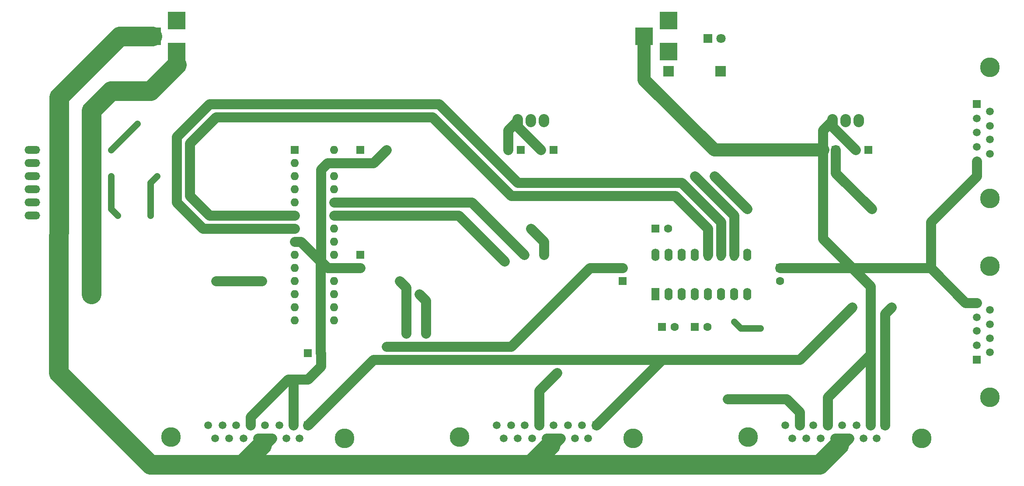
<source format=gbr>
G04 #@! TF.FileFunction,Copper,L2,Bot,Signal*
%FSLAX46Y46*%
G04 Gerber Fmt 4.6, Leading zero omitted, Abs format (unit mm)*
G04 Created by KiCad (PCBNEW 4.0.7) date 12/26/17 17:51:00*
%MOMM*%
%LPD*%
G01*
G04 APERTURE LIST*
%ADD10C,0.100000*%
%ADD11R,1.600000X1.600000*%
%ADD12C,1.600000*%
%ADD13R,3.500000X3.500000*%
%ADD14R,1.800000X1.800000*%
%ADD15C,1.800000*%
%ADD16C,3.810000*%
%ADD17R,1.520000X1.520000*%
%ADD18C,1.520000*%
%ADD19O,3.010000X1.510000*%
%ADD20R,1.998980X1.998980*%
%ADD21O,2.032000X2.540000*%
%ADD22O,1.600000X1.600000*%
%ADD23R,1.600000X2.400000*%
%ADD24O,1.600000X2.400000*%
%ADD25C,0.600000*%
%ADD26C,1.270000*%
%ADD27C,1.905000*%
%ADD28C,2.540000*%
%ADD29C,3.810000*%
G04 APERTURE END LIST*
D10*
D11*
X146005000Y-85480000D03*
D12*
X143505000Y-85480000D03*
D11*
X139655000Y-85480000D03*
D12*
X137155000Y-85480000D03*
D11*
X206965000Y-85480000D03*
D12*
X204465000Y-85480000D03*
D11*
X108540000Y-105800000D03*
D12*
X108540000Y-108300000D03*
D11*
X200615000Y-85480000D03*
D12*
X198115000Y-85480000D03*
D13*
X168230000Y-66430000D03*
X168230000Y-60430000D03*
X163530000Y-63430000D03*
X72980000Y-66430000D03*
X72980000Y-60430000D03*
X68280000Y-63430000D03*
D14*
X175850000Y-63890000D03*
D15*
X178390000Y-63890000D03*
D16*
X230460000Y-94880000D03*
X230460000Y-69480000D03*
D17*
X227920000Y-76590000D03*
D18*
X227920000Y-79380000D03*
X227920000Y-82050000D03*
X227920000Y-84850000D03*
X227920000Y-87640000D03*
X230460000Y-77990000D03*
X230460000Y-80780000D03*
X230460000Y-83450000D03*
X230460000Y-86240000D03*
D16*
X71960000Y-141110000D03*
X105490000Y-141360000D03*
D17*
X98380000Y-138820000D03*
D18*
X95590000Y-138820000D03*
X92920000Y-138820000D03*
X90130000Y-138820000D03*
X87330000Y-138820000D03*
X84540000Y-138820000D03*
X81870000Y-138820000D03*
X79080000Y-138820000D03*
X96810000Y-141360000D03*
X94270000Y-141360000D03*
X91470000Y-141360000D03*
X88730000Y-141360000D03*
X85980000Y-141360000D03*
X83190000Y-141360000D03*
X80450000Y-141360000D03*
D16*
X183720000Y-141110000D03*
X217250000Y-141360000D03*
D17*
X210140000Y-138820000D03*
D18*
X207350000Y-138820000D03*
X204680000Y-138820000D03*
X201890000Y-138820000D03*
X199090000Y-138820000D03*
X196300000Y-138820000D03*
X193630000Y-138820000D03*
X190840000Y-138820000D03*
X208570000Y-141360000D03*
X206030000Y-141360000D03*
X203230000Y-141360000D03*
X200490000Y-141360000D03*
X197740000Y-141360000D03*
X194950000Y-141360000D03*
X192210000Y-141360000D03*
D16*
X127840000Y-141110000D03*
X161370000Y-141360000D03*
D17*
X154260000Y-138820000D03*
D18*
X151470000Y-138820000D03*
X148800000Y-138820000D03*
X146010000Y-138820000D03*
X143210000Y-138820000D03*
X140420000Y-138820000D03*
X137750000Y-138820000D03*
X134960000Y-138820000D03*
X152690000Y-141360000D03*
X150150000Y-141360000D03*
X147350000Y-141360000D03*
X144610000Y-141360000D03*
X141860000Y-141360000D03*
X139070000Y-141360000D03*
X136330000Y-141360000D03*
D16*
X230460000Y-133360000D03*
X230460000Y-107960000D03*
D17*
X227920000Y-126120000D03*
D18*
X227920000Y-123330000D03*
X227920000Y-120530000D03*
X227920000Y-117870000D03*
X227920000Y-115070000D03*
X230460000Y-116470000D03*
X230460000Y-119260000D03*
X230460000Y-121930000D03*
X230460000Y-124720000D03*
D19*
X45040000Y-85480000D03*
X45040000Y-88020000D03*
X45040000Y-90560000D03*
X45040000Y-93100000D03*
X45040000Y-95640000D03*
X45040000Y-98180000D03*
D20*
X168308740Y-70240000D03*
X178311260Y-70240000D03*
D21*
X141560000Y-79765000D03*
X144100000Y-79765000D03*
X139020000Y-79765000D03*
D11*
X95840000Y-85480000D03*
D22*
X103460000Y-118500000D03*
X95840000Y-88020000D03*
X103460000Y-115960000D03*
X95840000Y-90560000D03*
X103460000Y-113420000D03*
X95840000Y-93100000D03*
X103460000Y-110880000D03*
X95840000Y-95640000D03*
X103460000Y-108340000D03*
X95840000Y-98180000D03*
X103460000Y-105800000D03*
X95840000Y-100720000D03*
X103460000Y-103260000D03*
X95840000Y-103260000D03*
X103460000Y-100720000D03*
X95840000Y-105800000D03*
X103460000Y-98180000D03*
X95840000Y-108340000D03*
X103460000Y-95640000D03*
X95840000Y-110880000D03*
X103460000Y-93100000D03*
X95840000Y-113420000D03*
X103460000Y-90560000D03*
X95840000Y-115960000D03*
X103460000Y-88020000D03*
X95840000Y-118500000D03*
X103460000Y-85480000D03*
D21*
X202520000Y-79765000D03*
X205060000Y-79765000D03*
X199980000Y-79765000D03*
D23*
X165690000Y-113420000D03*
D24*
X183470000Y-105800000D03*
X168230000Y-113420000D03*
X180930000Y-105800000D03*
X170770000Y-113420000D03*
X178390000Y-105800000D03*
X173310000Y-113420000D03*
X175850000Y-105800000D03*
X175850000Y-113420000D03*
X173310000Y-105800000D03*
X178390000Y-113420000D03*
X170770000Y-105800000D03*
X180930000Y-113420000D03*
X168230000Y-105800000D03*
X183470000Y-113420000D03*
X165690000Y-105800000D03*
D11*
X98380000Y-124850000D03*
D12*
X100880000Y-124850000D03*
D11*
X108540000Y-85480000D03*
D12*
X108540000Y-87980000D03*
D11*
X166960000Y-119770000D03*
D12*
X169460000Y-119770000D03*
D11*
X173310000Y-119770000D03*
D12*
X175810000Y-119770000D03*
D11*
X159340000Y-110880000D03*
D12*
X159340000Y-108380000D03*
D11*
X189820000Y-108340000D03*
D12*
X189820000Y-110840000D03*
D11*
X165690000Y-100720000D03*
D12*
X168190000Y-100720000D03*
D25*
X60280000Y-90560000D03*
X61550000Y-98180000D03*
X146640000Y-128660000D03*
X113620000Y-85480000D03*
X65360000Y-80400000D03*
X60280000Y-85480000D03*
X113620000Y-123580000D03*
X211410000Y-115960000D03*
X203790000Y-115960000D03*
X207600000Y-96910000D03*
X56470000Y-113420000D03*
X67900000Y-98180000D03*
X69170000Y-90560000D03*
X80600000Y-110880000D03*
X89490000Y-110880000D03*
X144100000Y-105800000D03*
X141560000Y-100720000D03*
X179660000Y-133740000D03*
X136480000Y-107070000D03*
X140290000Y-105800000D03*
X121240000Y-121040000D03*
X119970000Y-113420000D03*
X117430000Y-121040000D03*
X116160000Y-110880000D03*
X186055000Y-120015000D03*
X180975000Y-118745000D03*
X173310000Y-90560000D03*
X183470000Y-96910000D03*
X177120000Y-90560000D03*
D26*
X61550000Y-98180000D02*
X60280000Y-96910000D01*
X60280000Y-96910000D02*
X60280000Y-90560000D01*
D27*
X137155000Y-85480000D02*
X137155000Y-81630000D01*
X137155000Y-81630000D02*
X139020000Y-79765000D01*
X139020000Y-79765000D02*
X139020000Y-80995000D01*
X139020000Y-80995000D02*
X143505000Y-85480000D01*
X219030000Y-108340000D02*
X219030000Y-107070000D01*
X227920000Y-90560000D02*
X219030000Y-99450000D01*
X219030000Y-99450000D02*
X219030000Y-107070000D01*
X227920000Y-90560000D02*
X227920000Y-87640000D01*
X227920000Y-115070000D02*
X225760000Y-115070000D01*
X219030000Y-108340000D02*
X199980000Y-108340000D01*
X225760000Y-115070000D02*
X219030000Y-108340000D01*
X189820000Y-108340000D02*
X199980000Y-108340000D01*
X199980000Y-108340000D02*
X203790000Y-108340000D01*
X203790000Y-108340000D02*
X202520000Y-108340000D01*
X202520000Y-108340000D02*
X202520000Y-107070000D01*
X198115000Y-85480000D02*
X198115000Y-102665000D01*
X198115000Y-102665000D02*
X202520000Y-107070000D01*
X202520000Y-107070000D02*
X203790000Y-108340000D01*
X207350000Y-125100000D02*
X207350000Y-111900000D01*
X207350000Y-111900000D02*
X203790000Y-108340000D01*
X199090000Y-138820000D02*
X199090000Y-133360000D01*
X199090000Y-133360000D02*
X207350000Y-125100000D01*
X207350000Y-125100000D02*
X207350000Y-128660000D01*
X207350000Y-128660000D02*
X207350000Y-138820000D01*
X199980000Y-79765000D02*
X199980000Y-80995000D01*
X199980000Y-80995000D02*
X204465000Y-85480000D01*
X198115000Y-85480000D02*
X198115000Y-81630000D01*
X198115000Y-81630000D02*
X199980000Y-79765000D01*
D28*
X163530000Y-63430000D02*
X163530000Y-71890000D01*
X163530000Y-71890000D02*
X177120000Y-85480000D01*
X177120000Y-85480000D02*
X197440000Y-85480000D01*
X197440000Y-85480000D02*
X198115000Y-85480000D01*
D27*
X143210000Y-138820000D02*
X143210000Y-132090000D01*
X143210000Y-132090000D02*
X146640000Y-128660000D01*
X95590000Y-138820000D02*
X95590000Y-130950000D01*
X95590000Y-130950000D02*
X94570000Y-129930000D01*
X95840000Y-103260000D02*
X97030000Y-103260000D01*
X97030000Y-103260000D02*
X100880000Y-107110000D01*
X108540000Y-87980000D02*
X111120000Y-87980000D01*
X111120000Y-87980000D02*
X113620000Y-85480000D01*
X87330000Y-138820000D02*
X87330000Y-137170000D01*
X100920000Y-127390000D02*
X100920000Y-124890000D01*
X98380000Y-129930000D02*
X100920000Y-127390000D01*
X94570000Y-129930000D02*
X98380000Y-129930000D01*
X87330000Y-137170000D02*
X94570000Y-129930000D01*
X100920000Y-124890000D02*
X100880000Y-124850000D01*
X103460000Y-108340000D02*
X108500000Y-108340000D01*
X108500000Y-108340000D02*
X108540000Y-108300000D01*
X100880000Y-124850000D02*
X100880000Y-107110000D01*
X100880000Y-107110000D02*
X100920000Y-107070000D01*
X103460000Y-88020000D02*
X102190000Y-88020000D01*
X102190000Y-108340000D02*
X103460000Y-108340000D01*
X100920000Y-107070000D02*
X102190000Y-108340000D01*
X100920000Y-89290000D02*
X100920000Y-107070000D01*
X102190000Y-88020000D02*
X100920000Y-89290000D01*
X108540000Y-87980000D02*
X103500000Y-87980000D01*
X103500000Y-87980000D02*
X103460000Y-88020000D01*
D26*
X60280000Y-85480000D02*
X65360000Y-80400000D01*
D27*
X152990000Y-108340000D02*
X159300000Y-108340000D01*
X137750000Y-123580000D02*
X152990000Y-108340000D01*
X113620000Y-123580000D02*
X137750000Y-123580000D01*
X159300000Y-108340000D02*
X159340000Y-108380000D01*
X210140000Y-138820000D02*
X210140000Y-137550000D01*
X210140000Y-117230000D02*
X211410000Y-115960000D01*
X210140000Y-117230000D02*
X210140000Y-137550000D01*
X98380000Y-138820000D02*
X111080000Y-126120000D01*
X111080000Y-126120000D02*
X169500000Y-126120000D01*
X154260000Y-138820000D02*
X166960000Y-126120000D01*
X193630000Y-126120000D02*
X203790000Y-115960000D01*
X166960000Y-126120000D02*
X169500000Y-126120000D01*
X169500000Y-126120000D02*
X193630000Y-126120000D01*
X200615000Y-85480000D02*
X200615000Y-89925000D01*
X200615000Y-89925000D02*
X207600000Y-96910000D01*
X72980000Y-66430000D02*
X72980000Y-68970000D01*
D29*
X56470000Y-77860000D02*
X56470000Y-113420000D01*
X60280000Y-74050000D02*
X56470000Y-77860000D01*
X67900000Y-74050000D02*
X60280000Y-74050000D01*
X72980000Y-68970000D02*
X67900000Y-74050000D01*
D27*
X88730000Y-141360000D02*
X91470000Y-141360000D01*
X91470000Y-141360000D02*
X90760000Y-142070000D01*
D29*
X85680000Y-146440000D02*
X89490000Y-142630000D01*
D27*
X90050000Y-142070000D02*
X89490000Y-142630000D01*
X90760000Y-142070000D02*
X90050000Y-142070000D01*
X200490000Y-141360000D02*
X203230000Y-141360000D01*
X203230000Y-141360000D02*
X202520000Y-142070000D01*
X202520000Y-142070000D02*
X201810000Y-142070000D01*
X201810000Y-142070000D02*
X201250000Y-142630000D01*
X144610000Y-141360000D02*
X147350000Y-141360000D01*
X147350000Y-141360000D02*
X146640000Y-142070000D01*
X146640000Y-142070000D02*
X145930000Y-142070000D01*
X145930000Y-142070000D02*
X145370000Y-142630000D01*
D29*
X141560000Y-146440000D02*
X197440000Y-146440000D01*
X197440000Y-146440000D02*
X201250000Y-142630000D01*
X85680000Y-146440000D02*
X141560000Y-146440000D01*
X141560000Y-146440000D02*
X145370000Y-142630000D01*
X68280000Y-63430000D02*
X62010000Y-63430000D01*
X67900000Y-146440000D02*
X85680000Y-146440000D01*
X50120000Y-128660000D02*
X67900000Y-146440000D01*
X50259258Y-75240231D02*
X50120000Y-128660000D01*
X62010000Y-63430000D02*
X50259258Y-75240231D01*
D27*
X91470000Y-141360000D02*
X90760000Y-141360000D01*
D26*
X67900000Y-91830000D02*
X67900000Y-98180000D01*
X69170000Y-90560000D02*
X67900000Y-91830000D01*
D27*
X89490000Y-110880000D02*
X80600000Y-110880000D01*
X144100000Y-103260000D02*
X144100000Y-105800000D01*
X141560000Y-100720000D02*
X144100000Y-103260000D01*
X103460000Y-98180000D02*
X127590000Y-98180000D01*
X193630000Y-136280000D02*
X193630000Y-138820000D01*
X191090000Y-133740000D02*
X193630000Y-136280000D01*
X179660000Y-133740000D02*
X191090000Y-133740000D01*
X127590000Y-98180000D02*
X136480000Y-107070000D01*
X103460000Y-95640000D02*
X130130000Y-95640000D01*
X130130000Y-95640000D02*
X140290000Y-105800000D01*
X121240000Y-114690000D02*
X121240000Y-121040000D01*
X119970000Y-113420000D02*
X121240000Y-114690000D01*
X117430000Y-112150000D02*
X117430000Y-121040000D01*
X116160000Y-110880000D02*
X117430000Y-112150000D01*
D26*
X182245000Y-120015000D02*
X186055000Y-120015000D01*
X180975000Y-118745000D02*
X182245000Y-120015000D01*
D27*
X175850000Y-105800000D02*
X175850000Y-104530000D01*
X79330000Y-98180000D02*
X75520000Y-94370000D01*
X75520000Y-94370000D02*
X75520000Y-84210000D01*
X75520000Y-84210000D02*
X80600000Y-79130000D01*
X80600000Y-79130000D02*
X122510000Y-79130000D01*
X122510000Y-79130000D02*
X137750000Y-94370000D01*
X137750000Y-94370000D02*
X169500000Y-94370000D01*
X169500000Y-94370000D02*
X175850000Y-100720000D01*
X175850000Y-100720000D02*
X175850000Y-104530000D01*
X79330000Y-98180000D02*
X95840000Y-98180000D01*
X95840000Y-100720000D02*
X78060000Y-100720000D01*
X178390000Y-99450000D02*
X178390000Y-105800000D01*
X170770000Y-91830000D02*
X178390000Y-99450000D01*
X139020000Y-91830000D02*
X170770000Y-91830000D01*
X123780000Y-76590000D02*
X139020000Y-91830000D01*
X79330000Y-76590000D02*
X123780000Y-76590000D01*
X72980000Y-82940000D02*
X79330000Y-76590000D01*
X72980000Y-95640000D02*
X72980000Y-82940000D01*
X78060000Y-100720000D02*
X72980000Y-95640000D01*
X180930000Y-98180000D02*
X180930000Y-105800000D01*
X173310000Y-90560000D02*
X180930000Y-98180000D01*
X177120000Y-90560000D02*
X183470000Y-96910000D01*
M02*

</source>
